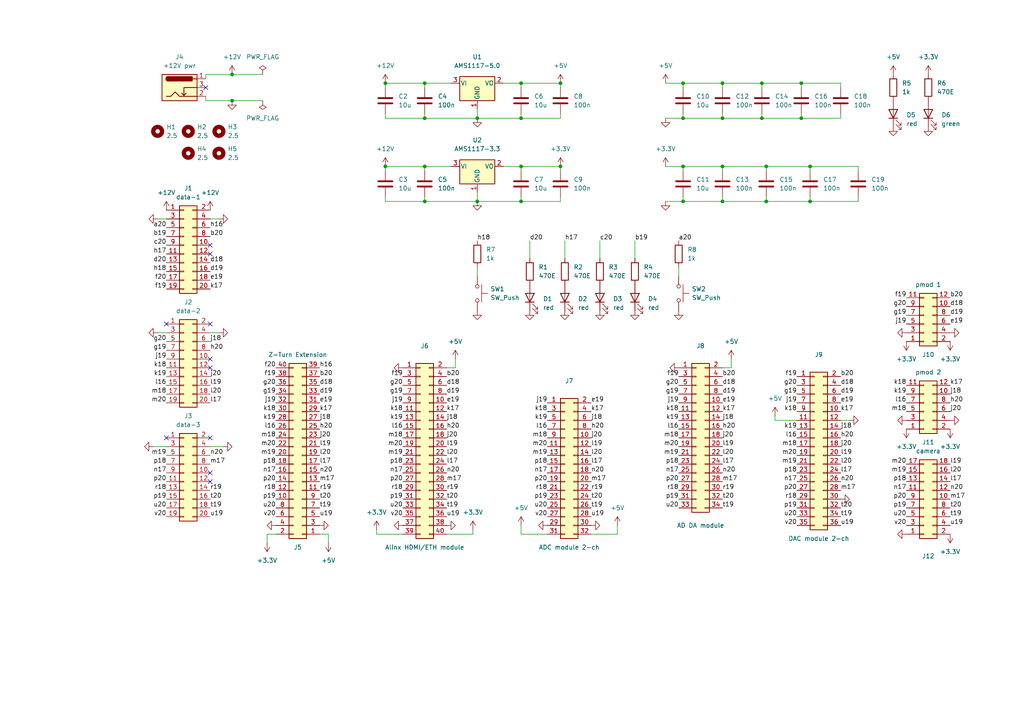
<source format=kicad_sch>
(kicad_sch (version 20211123) (generator eeschema)
  (paper "A4")
  (title_block (title "EBAZ Extension Adaptor") (date "2022-12-12") (rev "1.0") (company "S59MZ"))
  (junction (at 209.55 34.29))
  (junction (at 198.12 34.29))
  (junction (at 209.55 48.26))
  (junction (at 111.76 24.13))
  (junction (at 151.13 34.29))
  (junction (at 151.13 24.13))
  (junction (at 198.12 24.13))
  (junction (at 123.19 34.29))
  (junction (at 162.56 48.26))
  (junction (at 234.95 58.42))
  (junction (at 234.95 48.26))
  (junction (at 151.13 58.42))
  (junction (at 222.25 48.26))
  (junction (at 67.31 29.21))
  (junction (at 220.98 24.13))
  (junction (at 198.12 48.26))
  (junction (at 198.12 58.42))
  (junction (at 220.98 34.29))
  (junction (at 123.19 58.42))
  (junction (at 123.19 48.26))
  (junction (at 67.31 21.59))
  (junction (at 232.41 34.29))
  (junction (at 151.13 48.26))
  (junction (at 222.25 58.42))
  (junction (at 123.19 24.13))
  (junction (at 232.41 24.13))
  (junction (at 209.55 58.42))
  (junction (at 138.43 34.29))
  (junction (at 111.76 48.26))
  (junction (at 209.55 24.13))
  (junction (at 138.43 58.42))
  (junction (at 162.56 24.13))
  (no_connect (at 60.96 127))
  (no_connect (at 60.96 137.16))
  (no_connect (at 60.96 73.66))
  (no_connect (at 60.96 106.68))
  (no_connect (at 59.69 25.4))
  (no_connect (at 60.96 71.12))
  (no_connect (at 48.26 93.98))
  (no_connect (at 60.96 93.98))
  (no_connect (at 48.26 127))
  (no_connect (at 60.96 104.14))
  (no_connect (at 60.96 139.7))
  (wire (pts (xy 80.01 154.94) (xy 77.47 154.94)))
  (wire (pts (xy 67.31 29.21) (xy 76.2 29.21)))
  (wire (pts (xy 132.08 104.14) (xy 132.08 106.68)))
  (wire (pts (xy 209.55 24.13) (xy 220.98 24.13)))
  (wire (pts (xy 232.41 34.29) (xy 232.41 33.02)))
  (wire (pts (xy 248.92 58.42) (xy 234.95 58.42)))
  (wire (pts (xy 234.95 49.53) (xy 234.95 48.26)))
  (wire (pts (xy 162.56 24.13) (xy 162.56 25.4)))
  (wire (pts (xy 111.76 34.29) (xy 123.19 34.29)))
  (wire (pts (xy 146.05 48.26) (xy 151.13 48.26)))
  (wire (pts (xy 111.76 48.26) (xy 123.19 48.26)))
  (wire (pts (xy 198.12 24.13) (xy 209.55 24.13)))
  (wire (pts (xy 138.43 77.47) (xy 138.43 80.01)))
  (wire (pts (xy 232.41 34.29) (xy 243.84 34.29)))
  (wire (pts (xy 111.76 58.42) (xy 123.19 58.42)))
  (wire (pts (xy 162.56 33.02) (xy 162.56 34.29)))
  (wire (pts (xy 222.25 58.42) (xy 234.95 58.42)))
  (wire (pts (xy 111.76 57.15) (xy 111.76 58.42)))
  (wire (pts (xy 44.45 129.54) (xy 48.26 129.54)))
  (wire (pts (xy 248.92 57.15) (xy 248.92 58.42)))
  (wire (pts (xy 59.69 29.21) (xy 67.31 29.21)))
  (wire (pts (xy 109.22 153.67) (xy 109.22 154.94)))
  (wire (pts (xy 123.19 24.13) (xy 123.19 25.4)))
  (wire (pts (xy 138.43 58.42) (xy 151.13 58.42)))
  (wire (pts (xy 220.98 24.13) (xy 220.98 25.4)))
  (wire (pts (xy 193.04 34.29) (xy 198.12 34.29)))
  (wire (pts (xy 209.55 106.68) (xy 212.09 106.68)))
  (wire (pts (xy 123.19 57.15) (xy 123.19 58.42)))
  (wire (pts (xy 209.55 24.13) (xy 209.55 25.4)))
  (wire (pts (xy 95.25 157.48) (xy 95.25 154.94)))
  (wire (pts (xy 198.12 34.29) (xy 209.55 34.29)))
  (wire (pts (xy 212.09 104.14) (xy 212.09 106.68)))
  (wire (pts (xy 222.25 48.26) (xy 222.25 49.53)))
  (wire (pts (xy 198.12 33.02) (xy 198.12 34.29)))
  (wire (pts (xy 209.55 48.26) (xy 209.55 49.53)))
  (wire (pts (xy 45.72 63.5) (xy 48.26 63.5)))
  (wire (pts (xy 196.85 77.47) (xy 196.85 80.01)))
  (wire (pts (xy 67.31 21.59) (xy 76.2 21.59)))
  (wire (pts (xy 123.19 24.13) (xy 130.81 24.13)))
  (wire (pts (xy 173.99 69.85) (xy 173.99 74.93)))
  (wire (pts (xy 246.38 121.92) (xy 243.84 121.92)))
  (wire (pts (xy 151.13 48.26) (xy 151.13 49.53)))
  (wire (pts (xy 209.55 58.42) (xy 209.55 57.15)))
  (wire (pts (xy 59.69 22.86) (xy 59.69 21.59)))
  (wire (pts (xy 151.13 24.13) (xy 151.13 25.4)))
  (wire (pts (xy 162.56 48.26) (xy 162.56 49.53)))
  (wire (pts (xy 179.07 152.4) (xy 179.07 154.94)))
  (wire (pts (xy 137.16 153.67) (xy 137.16 154.94)))
  (wire (pts (xy 209.55 34.29) (xy 220.98 34.29)))
  (wire (pts (xy 138.43 31.75) (xy 138.43 34.29)))
  (wire (pts (xy 123.19 48.26) (xy 123.19 49.53)))
  (wire (pts (xy 64.77 129.54) (xy 60.96 129.54)))
  (wire (pts (xy 151.13 58.42) (xy 162.56 58.42)))
  (wire (pts (xy 163.83 69.85) (xy 163.83 74.93)))
  (wire (pts (xy 138.43 34.29) (xy 151.13 34.29)))
  (wire (pts (xy 59.69 27.94) (xy 59.69 29.21)))
  (wire (pts (xy 111.76 24.13) (xy 123.19 24.13)))
  (wire (pts (xy 146.05 24.13) (xy 151.13 24.13)))
  (wire (pts (xy 109.22 154.94) (xy 116.84 154.94)))
  (wire (pts (xy 63.5 96.52) (xy 60.96 96.52)))
  (wire (pts (xy 123.19 48.26) (xy 130.81 48.26)))
  (wire (pts (xy 132.08 106.68) (xy 129.54 106.68)))
  (wire (pts (xy 198.12 57.15) (xy 198.12 58.42)))
  (wire (pts (xy 193.04 48.26) (xy 198.12 48.26)))
  (wire (pts (xy 220.98 33.02) (xy 220.98 34.29)))
  (wire (pts (xy 234.95 48.26) (xy 222.25 48.26)))
  (wire (pts (xy 248.92 48.26) (xy 248.92 49.53)))
  (wire (pts (xy 193.04 24.13) (xy 198.12 24.13)))
  (wire (pts (xy 234.95 48.26) (xy 248.92 48.26)))
  (wire (pts (xy 111.76 24.13) (xy 111.76 25.4)))
  (wire (pts (xy 151.13 154.94) (xy 158.75 154.94)))
  (wire (pts (xy 123.19 33.02) (xy 123.19 34.29)))
  (wire (pts (xy 59.69 21.59) (xy 67.31 21.59)))
  (wire (pts (xy 151.13 57.15) (xy 151.13 58.42)))
  (wire (pts (xy 151.13 34.29) (xy 162.56 34.29)))
  (wire (pts (xy 232.41 24.13) (xy 243.84 24.13)))
  (wire (pts (xy 153.67 69.85) (xy 153.67 74.93)))
  (wire (pts (xy 137.16 154.94) (xy 129.54 154.94)))
  (wire (pts (xy 138.43 34.29) (xy 123.19 34.29)))
  (wire (pts (xy 138.43 55.88) (xy 138.43 58.42)))
  (wire (pts (xy 198.12 48.26) (xy 209.55 48.26)))
  (wire (pts (xy 224.79 121.92) (xy 231.14 121.92)))
  (wire (pts (xy 138.43 58.42) (xy 123.19 58.42)))
  (wire (pts (xy 224.79 120.65) (xy 224.79 121.92)))
  (wire (pts (xy 111.76 33.02) (xy 111.76 34.29)))
  (wire (pts (xy 209.55 58.42) (xy 222.25 58.42)))
  (wire (pts (xy 45.72 96.52) (xy 48.26 96.52)))
  (wire (pts (xy 184.15 69.85) (xy 184.15 74.93)))
  (wire (pts (xy 198.12 58.42) (xy 209.55 58.42)))
  (wire (pts (xy 151.13 33.02) (xy 151.13 34.29)))
  (wire (pts (xy 220.98 24.13) (xy 232.41 24.13)))
  (wire (pts (xy 209.55 33.02) (xy 209.55 34.29)))
  (wire (pts (xy 171.45 154.94) (xy 179.07 154.94)))
  (wire (pts (xy 151.13 48.26) (xy 162.56 48.26)))
  (wire (pts (xy 232.41 24.13) (xy 232.41 25.4)))
  (wire (pts (xy 151.13 24.13) (xy 162.56 24.13)))
  (wire (pts (xy 63.5 63.5) (xy 60.96 63.5)))
  (wire (pts (xy 198.12 48.26) (xy 198.12 49.53)))
  (wire (pts (xy 243.84 25.4) (xy 243.84 24.13)))
  (wire (pts (xy 193.04 58.42) (xy 198.12 58.42)))
  (wire (pts (xy 77.47 154.94) (xy 77.47 157.48)))
  (wire (pts (xy 222.25 48.26) (xy 209.55 48.26)))
  (wire (pts (xy 95.25 154.94) (xy 92.71 154.94)))
  (wire (pts (xy 222.25 57.15) (xy 222.25 58.42)))
  (wire (pts (xy 243.84 33.02) (xy 243.84 34.29)))
  (wire (pts (xy 111.76 48.26) (xy 111.76 49.53)))
  (wire (pts (xy 220.98 34.29) (xy 232.41 34.29)))
  (wire (pts (xy 198.12 24.13) (xy 198.12 25.4)))
  (wire (pts (xy 234.95 57.15) (xy 234.95 58.42)))
  (wire (pts (xy 151.13 152.4) (xy 151.13 154.94)))
  (wire (pts (xy 162.56 57.15) (xy 162.56 58.42)))
  (label "t19" (at 243.84 149.86 0))
  (label "j18" (at 243.84 124.46 0))
  (label "j18" (at 129.54 121.92 0))
  (label "m20" (at 48.26 116.84 180))
  (label "v20" (at 158.75 149.86 180))
  (label "l16" (at 231.14 127 180))
  (label "u20" (at 262.89 149.86 180))
  (label "j18" (at 209.55 121.92 0))
  (label "n20" (at 171.45 137.16 0))
  (label "m20" (at 116.84 129.54 180))
  (label "p18" (at 196.85 134.62 180))
  (label "l19" (at 129.54 129.54 0))
  (label "k19" (at 158.75 121.92 180))
  (label "h20" (at 275.59 116.84 0))
  (label "d19" (at 129.54 114.3 0))
  (label "e19" (at 171.45 116.84 0))
  (label "f20" (at 48.26 81.28 180))
  (label "n17" (at 196.85 137.16 180))
  (label "m18" (at 80.01 127 180))
  (label "k18" (at 158.75 119.38 180))
  (label "m17" (at 60.96 134.62 0))
  (label "j20" (at 92.71 127 0))
  (label "k18" (at 196.85 119.38 180))
  (label "u20" (at 116.84 147.32 180))
  (label "p18" (at 231.14 137.16 180))
  (label "f20" (at 80.01 106.68 180))
  (label "p20" (at 48.26 139.7 180))
  (label "l17" (at 92.71 134.62 0))
  (label "m17" (at 129.54 139.7 0))
  (label "h20" (at 243.84 127 0))
  (label "u19" (at 60.96 149.86 0))
  (label "m18" (at 196.85 127 180))
  (label "j18" (at 171.45 121.92 0))
  (label "n20" (at 209.55 137.16 0))
  (label "m19" (at 48.26 132.08 180))
  (label "t20" (at 60.96 144.78 0))
  (label "p20" (at 231.14 142.24 180))
  (label "n17" (at 48.26 137.16 180))
  (label "d18" (at 129.54 111.76 0))
  (label "p19" (at 196.85 144.78 180))
  (label "m19" (at 196.85 132.08 180))
  (label "d18" (at 60.96 76.2 0))
  (label "h20" (at 129.54 124.46 0))
  (label "u20" (at 80.01 147.32 180))
  (label "t20" (at 129.54 144.78 0))
  (label "l19" (at 243.84 132.08 0))
  (label "b20" (at 92.71 109.22 0))
  (label "k19" (at 80.01 121.92 180))
  (label "l19" (at 275.59 134.62 0))
  (label "l17" (at 209.55 134.62 0))
  (label "g19" (at 196.85 114.3 180))
  (label "r19" (at 92.71 142.24 0))
  (label "m19" (at 116.84 132.08 180))
  (label "p18" (at 116.84 134.62 180))
  (label "r18" (at 48.26 142.24 180))
  (label "n17" (at 262.89 142.24 180))
  (label "a20" (at 48.26 66.04 180))
  (label "t20" (at 275.59 147.32 0))
  (label "k17" (at 129.54 119.38 0))
  (label "p18" (at 262.89 139.7 180))
  (label "k19" (at 48.26 109.22 180))
  (label "k18" (at 262.89 111.76 180))
  (label "k19" (at 196.85 121.92 180))
  (label "n17" (at 158.75 137.16 180))
  (label "g20" (at 262.89 88.9 180))
  (label "f19" (at 80.01 109.22 180))
  (label "a20" (at 196.85 69.85 0))
  (label "d19" (at 243.84 114.3 0))
  (label "p20" (at 116.84 139.7 180))
  (label "j19" (at 231.14 116.84 180))
  (label "b19" (at 48.26 68.58 180))
  (label "g20" (at 80.01 111.76 180))
  (label "p19" (at 158.75 144.78 180))
  (label "j20" (at 209.55 127 0))
  (label "g20" (at 116.84 111.76 180))
  (label "k19" (at 262.89 114.3 180))
  (label "n20" (at 275.59 142.24 0))
  (label "d19" (at 92.71 114.3 0))
  (label "g19" (at 116.84 114.3 180))
  (label "p19" (at 80.01 144.78 180))
  (label "m18" (at 158.75 127 180))
  (label "l20" (at 275.59 137.16 0))
  (label "f19" (at 262.89 86.36 180))
  (label "j19" (at 196.85 116.84 180))
  (label "j20" (at 275.59 119.38 0))
  (label "l16" (at 80.01 124.46 180))
  (label "k19" (at 116.84 121.92 180))
  (label "t20" (at 92.71 144.78 0))
  (label "m20" (at 80.01 129.54 180))
  (label "c20" (at 173.99 69.85 0))
  (label "p20" (at 262.89 144.78 180))
  (label "h17" (at 163.83 69.85 0))
  (label "d19" (at 209.55 114.3 0))
  (label "k18" (at 231.14 119.38 180))
  (label "h16" (at 60.96 66.04 0))
  (label "r18" (at 116.84 142.24 180))
  (label "h18" (at 138.43 69.85 0))
  (label "g19" (at 80.01 114.3 180))
  (label "v20" (at 80.01 149.86 180))
  (label "n17" (at 116.84 137.16 180))
  (label "d20" (at 153.67 69.85 0))
  (label "p18" (at 48.26 134.62 180))
  (label "k17" (at 60.96 83.82 0))
  (label "m18" (at 262.89 119.38 180))
  (label "p19" (at 262.89 147.32 180))
  (label "n17" (at 80.01 137.16 180))
  (label "r18" (at 231.14 144.78 180))
  (label "l20" (at 129.54 132.08 0))
  (label "l17" (at 275.59 139.7 0))
  (label "t19" (at 129.54 147.32 0))
  (label "u19" (at 129.54 149.86 0))
  (label "d18" (at 209.55 111.76 0))
  (label "t20" (at 209.55 144.78 0))
  (label "p18" (at 158.75 134.62 180))
  (label "j19" (at 116.84 116.84 180))
  (label "p20" (at 196.85 139.7 180))
  (label "t19" (at 60.96 147.32 0))
  (label "u20" (at 196.85 147.32 180))
  (label "l16" (at 48.26 111.76 180))
  (label "v20" (at 48.26 149.86 180))
  (label "l19" (at 209.55 129.54 0))
  (label "h20" (at 60.96 101.6 0))
  (label "p19" (at 48.26 144.78 180))
  (label "h17" (at 48.26 73.66 180))
  (label "k18" (at 116.84 119.38 180))
  (label "j20" (at 171.45 127 0))
  (label "d18" (at 243.84 111.76 0))
  (label "l17" (at 243.84 137.16 0))
  (label "m20" (at 262.89 134.62 180))
  (label "e19" (at 129.54 116.84 0))
  (label "k19" (at 231.14 124.46 180))
  (label "n20" (at 60.96 132.08 0))
  (label "j18" (at 275.59 114.3 0))
  (label "j19" (at 48.26 104.14 180))
  (label "b20" (at 209.55 109.22 0))
  (label "k18" (at 80.01 119.38 180))
  (label "r18" (at 80.01 142.24 180))
  (label "e19" (at 243.84 116.84 0))
  (label "k17" (at 209.55 119.38 0))
  (label "b20" (at 243.84 109.22 0))
  (label "b20" (at 275.59 86.36 0))
  (label "u19" (at 171.45 149.86 0))
  (label "l20" (at 60.96 114.3 0))
  (label "k18" (at 48.26 106.68 180))
  (label "t19" (at 209.55 147.32 0))
  (label "u20" (at 48.26 147.32 180))
  (label "j18" (at 60.96 99.06 0))
  (label "m17" (at 171.45 139.7 0))
  (label "p20" (at 80.01 139.7 180))
  (label "v20" (at 116.84 149.86 180))
  (label "u19" (at 275.59 152.4 0))
  (label "t20" (at 243.84 147.32 0))
  (label "k17" (at 92.71 119.38 0))
  (label "j20" (at 60.96 109.22 0))
  (label "h20" (at 209.55 124.46 0))
  (label "l19" (at 171.45 129.54 0))
  (label "r18" (at 196.85 142.24 180))
  (label "m20" (at 196.85 129.54 180))
  (label "g20" (at 231.14 111.76 180))
  (label "h16" (at 92.71 106.68 0))
  (label "l19" (at 92.71 129.54 0))
  (label "f19" (at 196.85 109.22 180))
  (label "e19" (at 209.55 116.84 0))
  (label "l17" (at 60.96 116.84 0))
  (label "m17" (at 243.84 142.24 0))
  (label "f19" (at 116.84 109.22 180))
  (label "f19" (at 231.14 109.22 180))
  (label "d20" (at 48.26 76.2 180))
  (label "h18" (at 48.26 78.74 180))
  (label "h20" (at 171.45 124.46 0))
  (label "p18" (at 80.01 134.62 180))
  (label "u20" (at 231.14 149.86 180))
  (label "m19" (at 158.75 132.08 180))
  (label "u19" (at 243.84 152.4 0))
  (label "l17" (at 129.54 134.62 0))
  (label "t20" (at 171.45 144.78 0))
  (label "l16" (at 116.84 124.46 180))
  (label "n17" (at 231.14 139.7 180))
  (label "m18" (at 116.84 127 180))
  (label "k17" (at 275.59 111.76 0))
  (label "h20" (at 92.71 124.46 0))
  (label "k17" (at 171.45 119.38 0))
  (label "k17" (at 243.84 119.38 0))
  (label "t19" (at 171.45 147.32 0))
  (label "d19" (at 60.96 78.74 0))
  (label "r18" (at 158.75 142.24 180))
  (label "m19" (at 231.14 134.62 180))
  (label "g20" (at 196.85 111.76 180))
  (label "j18" (at 92.71 121.92 0))
  (label "j20" (at 243.84 129.54 0))
  (label "u20" (at 158.75 147.32 180))
  (label "l20" (at 171.45 132.08 0))
  (label "b20" (at 60.96 68.58 0))
  (label "l16" (at 158.75 124.46 180))
  (label "m19" (at 262.89 137.16 180))
  (label "m18" (at 231.14 129.54 180))
  (label "l16" (at 262.89 116.84 180))
  (label "p20" (at 158.75 139.7 180))
  (label "m17" (at 275.59 144.78 0))
  (label "d18" (at 92.71 111.76 0))
  (label "g19" (at 231.14 114.3 180))
  (label "v20" (at 231.14 152.4 180))
  (label "m18" (at 48.26 114.3 180))
  (label "d19" (at 275.59 91.44 0))
  (label "l17" (at 171.45 134.62 0))
  (label "g19" (at 262.89 91.44 180))
  (label "e19" (at 92.71 116.84 0))
  (label "m20" (at 231.14 132.08 180))
  (label "m17" (at 92.71 139.7 0))
  (label "v20" (at 262.89 152.4 180))
  (label "j20" (at 129.54 127 0))
  (label "j19" (at 80.01 116.84 180))
  (label "n20" (at 243.84 139.7 0))
  (label "l20" (at 92.71 132.08 0))
  (label "t19" (at 275.59 149.86 0))
  (label "n20" (at 92.71 137.16 0))
  (label "b20" (at 129.54 109.22 0))
  (label "p19" (at 116.84 144.78 180))
  (label "j19" (at 158.75 116.84 180))
  (label "r19" (at 171.45 142.24 0))
  (label "e19" (at 275.59 93.98 0))
  (label "b19" (at 184.15 69.85 0))
  (label "c20" (at 48.26 71.12 180))
  (label "e19" (at 60.96 81.28 0))
  (label "r19" (at 129.54 142.24 0))
  (label "l20" (at 209.55 132.08 0))
  (label "l19" (at 60.96 111.76 0))
  (label "l16" (at 196.85 124.46 180))
  (label "g20" (at 48.26 99.06 180))
  (label "j19" (at 262.89 93.98 180))
  (label "m19" (at 80.01 132.08 180))
  (label "g19" (at 48.26 101.6 180))
  (label "t19" (at 92.71 147.32 0))
  (label "m17" (at 209.55 139.7 0))
  (label "d18" (at 275.59 88.9 0))
  (label "m20" (at 158.75 129.54 180))
  (label "l20" (at 243.84 134.62 0))
  (label "f19" (at 48.26 83.82 180))
  (label "u19" (at 92.71 149.86 0))
  (label "p19" (at 231.14 147.32 180))
  (label "n20" (at 129.54 137.16 0))
  (label "r19" (at 60.96 142.24 0))
  (label "r19" (at 209.55 142.24 0))
  (symbol (lib_id "power:+5V") (at 179.07 152.4 0) (unit 1)
    (property "Reference" "#PWR0106" (effects hide))
    (property "Value" "+5V" (at 179.07 147.32 0))
  )
  (symbol (lib_id "Device:C") (at 162.56 29.21 0) (unit 1)
    (property "Reference" "C8" (at 166.37 27.9399 0) (effects (justify left)))
    (property "Value" "100n" (at 166.37 30.4799 0) (effects (justify left)))
    (property "Footprint" "Capacitor_SMD:C_0603_1608Metric_Pad1.08x0.95mm_HandSolder" (effects hide))
  )
  (symbol (lib_id "Connector_Generic:Conn_02x20_Odd_Even") (at 121.92 129.54 0) (unit 1)
    (property "Reference" "J6" (at 123.19 100.33 0))
    (property "Value" "Alinx HDMI/ETH module" (at 123.19 158.75 0))
    (property "Footprint" "Connector_PinHeader_2.54mm:PinHeader_2x20_P2.54mm_Vertical" (effects hide))
  )
  (symbol (lib_id "power:+3.3V") (at 275.59 99.06 0) (mirror x) (unit 1)
    (property "Reference" "#PWR0118" (effects hide))
    (property "Value" "+3.3V" (at 275.59 104.14 0))
  )
  (symbol (lib_id "power:+3.3V") (at 162.56 48.26 0) (unit 1)
    (property "Reference" "#PWR0103" (effects hide))
    (property "Value" "+3.3V" (at 162.56 43.18 0))
  )
  (symbol (lib_id "Connector_Generic:Conn_02x18_Odd_Even") (at 236.22 129.54 0) (unit 1)
    (property "Reference" "J9" (at 237.49 102.87 0))
    (property "Value" "DAC module 2-ch" (at 237.49 156.21 0))
    (property "Footprint" "Connector_PinHeader_2.54mm:PinHeader_2x18_P2.54mm_Vertical" (effects hide))
  )
  (symbol (lib_id "power:+5V") (at 212.09 104.14 0) (unit 1)
    (property "Reference" "#PWR0113" (effects hide))
    (property "Value" "+5V" (at 212.09 99.06 0))
  )
  (symbol (lib_id "power:GND") (at 63.5 63.5 90) (mirror x) (unit 1)
    (property "Reference" "#PWR0138" (effects hide))
    (property "Value" "GND" (effects hide))
  )
  (symbol (lib_id "Device:R") (at 269.24 25.4 0) (unit 1)
    (property "Reference" "R6" (at 271.78 24.1299 0) (effects (justify left)))
    (property "Value" "470E" (at 271.78 26.6699 0) (effects (justify left)))
    (property "Footprint" "Resistor_SMD:R_0603_1608Metric_Pad0.98x0.95mm_HandSolder" (effects hide))
  )
  (symbol (lib_id "power:GND") (at 44.45 129.54 270) (unit 1)
    (property "Reference" "#PWR0142" (effects hide))
    (property "Value" "GND" (effects hide))
  )
  (symbol (lib_id "Device:LED") (at 163.83 86.36 90) (unit 1)
    (property "Reference" "D2" (at 167.64 86.6774 90) (effects (justify right)))
    (property "Value" "red" (at 167.64 89.2174 90) (effects (justify right)))
    (property "Footprint" "LED_SMD:LED_0603_1608Metric_Pad1.05x0.95mm_HandSolder" (effects hide))
  )
  (symbol (lib_id "Device:R") (at 153.67 78.74 0) (unit 1)
    (property "Reference" "R1" (at 156.21 77.4699 0) (effects (justify left)))
    (property "Value" "470E" (at 156.21 80.0099 0) (effects (justify left)))
    (property "Footprint" "Resistor_SMD:R_0603_1608Metric_Pad0.98x0.95mm_HandSolder" (effects hide))
  )
  (symbol (lib_id "Mechanical:MountingHole") (at 63.5 44.45 0) (unit 1)
    (property "Reference" "H5" (at 66.04 43.1799 0) (effects (justify left)))
    (property "Value" "2.5" (at 66.04 45.7199 0) (effects (justify left)))
    (property "Footprint" "MountingHole:MountingHole_2.5mm" (effects hide))
  )
  (symbol (lib_id "power:GND") (at 269.24 36.83 0) (unit 1)
    (property "Reference" "#PWR09" (effects hide))
    (property "Value" "GND" (effects hide))
  )
  (symbol (lib_id "Device:LED") (at 184.15 86.36 90) (unit 1)
    (property "Reference" "D4" (at 187.96 86.6774 90) (effects (justify right)))
    (property "Value" "red" (at 187.96 89.2174 90) (effects (justify right)))
    (property "Footprint" "LED_SMD:LED_0603_1608Metric_Pad1.05x0.95mm_HandSolder" (effects hide))
  )
  (symbol (lib_id "Mechanical:MountingHole") (at 54.61 38.1 0) (unit 1)
    (property "Reference" "H2" (at 57.15 36.8299 0) (effects (justify left)))
    (property "Value" "2.5" (at 57.15 39.3699 0) (effects (justify left)))
    (property "Footprint" "MountingHole:MountingHole_2.5mm" (effects hide))
  )
  (symbol (lib_id "power:GND") (at 173.99 90.17 0) (unit 1)
    (property "Reference" "#PWR016" (effects hide))
    (property "Value" "GND" (effects hide))
  )
  (symbol (lib_id "Device:R") (at 184.15 78.74 0) (unit 1)
    (property "Reference" "R4" (at 186.69 77.4699 0) (effects (justify left)))
    (property "Value" "470E" (at 186.69 80.0099 0) (effects (justify left)))
    (property "Footprint" "Resistor_SMD:R_0603_1608Metric_Pad0.98x0.95mm_HandSolder" (effects hide))
  )
  (symbol (lib_id "Device:C") (at 232.41 29.21 0) (unit 1)
    (property "Reference" "C16" (at 236.22 27.9399 0) (effects (justify left)))
    (property "Value" "100n" (at 236.22 30.4799 0) (effects (justify left)))
    (property "Footprint" "Capacitor_SMD:C_0603_1608Metric_Pad1.08x0.95mm_HandSolder" (effects hide))
  )
  (symbol (lib_id "power:+5V") (at 162.56 24.13 0) (unit 1)
    (property "Reference" "#PWR0102" (effects hide))
    (property "Value" "+5V" (at 162.56 19.05 0))
  )
  (symbol (lib_id "power:GND") (at 196.85 90.17 0) (unit 1)
    (property "Reference" "#PWR014" (effects hide))
    (property "Value" "GND" (effects hide))
  )
  (symbol (lib_id "power:+12V") (at 60.96 60.96 0) (unit 1)
    (property "Reference" "#PWR0139" (effects hide))
    (property "Value" "+12V" (at 60.96 55.88 0))
  )
  (symbol (lib_id "Regulator_Linear:AMS1117-3.3") (at 138.43 48.26 0) (unit 1)
    (property "Reference" "U2" (at 138.43 40.64 0))
    (property "Value" "AMS1117-3.3" (at 138.43 43.18 0))
    (property "Footprint" "Package_TO_SOT_SMD:SOT-223-3_TabPin2" (effects hide))
    (property "Datasheet" "http://www.advanced-monolithic.com/pdf/ds1117.pdf" (effects hide))
  )
  (symbol (lib_id "Device:C") (at 209.55 29.21 0) (unit 1)
    (property "Reference" "C12" (at 213.36 27.9399 0) (effects (justify left)))
    (property "Value" "100n" (at 213.36 30.4799 0) (effects (justify left)))
    (property "Footprint" "Capacitor_SMD:C_0603_1608Metric_Pad1.08x0.95mm_HandSolder" (effects hide))
  )
  (symbol (lib_id "power:GND") (at 45.72 63.5 270) (unit 1)
    (property "Reference" "#PWR0136" (effects hide))
    (property "Value" "GND" (effects hide))
  )
  (symbol (lib_id "power:GND") (at 153.67 90.17 0) (unit 1)
    (property "Reference" "#PWR010" (effects hide))
    (property "Value" "GND" (effects hide))
  )
  (symbol (lib_id "Device:C") (at 111.76 53.34 0) (unit 1)
    (property "Reference" "C3" (at 115.57 52.0699 0) (effects (justify left)))
    (property "Value" "10u" (at 115.57 54.6099 0) (effects (justify left)))
    (property "Footprint" "Capacitor_SMD:C_0603_1608Metric_Pad1.08x0.95mm_HandSolder" (effects hide))
  )
  (symbol (lib_id "power:+12V") (at 111.76 48.26 0) (unit 1)
    (property "Reference" "#PWR0149" (effects hide))
    (property "Value" "+12V" (at 111.76 43.18 0))
  )
  (symbol (lib_id "power:PWR_FLAG") (at 76.2 21.59 0) (unit 1)
    (property "Reference" "#FLG01" (effects hide))
    (property "Value" "PWR_FLAG" (at 76.2 16.51 0))
  )
  (symbol (lib_id "power:PWR_FLAG") (at 76.2 29.21 0) (mirror x) (unit 1)
    (property "Reference" "#FLG02" (effects hide))
    (property "Value" "PWR_FLAG" (at 76.2 34.29 0))
  )
  (symbol (lib_id "Connector_Generic:Conn_02x06_Odd_Even") (at 267.97 119.38 0) (mirror x) (unit 1)
    (property "Reference" "J11" (at 269.24 128.27 0))
    (property "Value" "pmod 2" (at 269.24 107.95 0))
    (property "Footprint" "Connector_PinSocket_2.54mm:PinSocket_2x06_P2.54mm_Horizontal" (effects hide))
  )
  (symbol (lib_id "power:+3.3V") (at 275.59 124.46 0) (mirror x) (unit 1)
    (property "Reference" "#PWR0123" (effects hide))
    (property "Value" "+3.3V" (at 275.59 129.54 0))
  )
  (symbol (lib_id "power:+5V") (at 95.25 157.48 180) (unit 1)
    (property "Reference" "#PWR0134" (effects hide))
    (property "Value" "+5V" (at 95.25 162.56 0))
  )
  (symbol (lib_id "Connector_Generic:Conn_02x10_Odd_Even") (at 53.34 104.14 0) (unit 1)
    (property "Reference" "J2" (at 54.61 87.63 0))
    (property "Value" "data-2" (at 54.61 90.17 0))
    (property "Footprint" "connectors:PinSocket_2x10_P2.00mm_Horizontal" (effects hide))
  )
  (symbol (lib_id "power:GND") (at 138.43 34.29 0) (unit 1)
    (property "Reference" "#PWR04" (effects hide))
    (property "Value" "GND" (effects hide))
  )
  (symbol (lib_id "power:+3.3V") (at 137.16 153.67 0) (unit 1)
    (property "Reference" "#PWR0127" (effects hide))
    (property "Value" "+3.3V" (at 137.16 148.59 0))
  )
  (symbol (lib_id "power:GND") (at 158.75 152.4 270) (mirror x) (unit 1)
    (property "Reference" "#PWR0108" (effects hide))
    (property "Value" "GND" (effects hide))
  )
  (symbol (lib_id "Device:C") (at 234.95 53.34 0) (unit 1)
    (property "Reference" "C17" (at 238.76 52.0699 0) (effects (justify left)))
    (property "Value" "100n" (at 238.76 54.6099 0) (effects (justify left)))
    (property "Footprint" "Capacitor_SMD:C_0603_1608Metric_Pad1.08x0.95mm_HandSolder" (effects hide))
  )
  (symbol (lib_id "Device:LED") (at 259.08 33.02 90) (unit 1)
    (property "Reference" "D5" (at 262.89 33.3374 90) (effects (justify right)))
    (property "Value" "red" (at 262.89 35.8774 90) (effects (justify right)))
    (property "Footprint" "LED_SMD:LED_0603_1608Metric_Pad1.05x0.95mm_HandSolder" (effects hide))
  )
  (symbol (lib_id "power:GND") (at 163.83 90.17 0) (unit 1)
    (property "Reference" "#PWR015" (effects hide))
    (property "Value" "GND" (effects hide))
  )
  (symbol (lib_id "Device:C") (at 151.13 53.34 0) (unit 1)
    (property "Reference" "C7" (at 154.94 52.0699 0) (effects (justify left)))
    (property "Value" "10u" (at 154.94 54.6099 0) (effects (justify left)))
    (property "Footprint" "Capacitor_SMD:C_0603_1608Metric_Pad1.08x0.95mm_HandSolder" (effects hide))
  )
  (symbol (lib_id "power:GND") (at 129.54 152.4 90) (mirror x) (unit 1)
    (property "Reference" "#PWR03" (effects hide))
    (property "Value" "GND" (effects hide))
  )
  (symbol (lib_id "Connector_Generic:Conn_02x09_Odd_Even") (at 267.97 144.78 0) (mirror x) (unit 1)
    (property "Reference" "J12" (at 269.24 161.29 0))
    (property "Value" "camera" (at 269.24 130.81 0))
    (property "Footprint" "Connector_PinSocket_2.54mm:PinSocket_2x09_P2.54mm_Horizontal" (effects hide))
  )
  (symbol (lib_id "Device:LED") (at 269.24 33.02 90) (unit 1)
    (property "Reference" "D6" (at 273.05 33.3374 90) (effects (justify right)))
    (property "Value" "green" (at 273.05 35.8774 90) (effects (justify right)))
    (property "Footprint" "LED_SMD:LED_0603_1608Metric_Pad1.05x0.95mm_HandSolder" (effects hide))
  )
  (symbol (lib_id "Device:R") (at 173.99 78.74 0) (unit 1)
    (property "Reference" "R3" (at 176.53 77.4699 0) (effects (justify left)))
    (property "Value" "470E" (at 176.53 80.0099 0) (effects (justify left)))
    (property "Footprint" "Resistor_SMD:R_0603_1608Metric_Pad0.98x0.95mm_HandSolder" (effects hide))
  )
  (symbol (lib_id "power:+3.3V") (at 109.22 153.67 0) (unit 1)
    (property "Reference" "#PWR0130" (effects hide))
    (property "Value" "+3.3V" (at 109.22 148.59 0))
  )
  (symbol (lib_id "Connector_Generic:Conn_02x20_Odd_Even") (at 87.63 132.08 180) (unit 1)
    (property "Reference" "J5" (at 86.36 158.75 0))
    (property "Value" "Z-Turn Extension" (at 86.36 102.87 0))
    (property "Footprint" "Connector_PinHeader_2.54mm:PinHeader_2x20_P2.54mm_Vertical" (effects hide))
  )
  (symbol (lib_id "power:GND") (at 193.04 58.42 0) (unit 1)
    (property "Reference" "#PWR0125" (effects hide))
    (property "Value" "GND" (effects hide))
  )
  (symbol (lib_id "Device:LED") (at 153.67 86.36 90) (unit 1)
    (property "Reference" "D1" (at 157.48 86.6774 90) (effects (justify right)))
    (property "Value" "red" (at 157.48 89.2174 90) (effects (justify right)))
    (property "Footprint" "LED_SMD:LED_0603_1608Metric_Pad1.05x0.95mm_HandSolder" (effects hide))
  )
  (symbol (lib_id "Device:C") (at 209.55 53.34 0) (unit 1)
    (property "Reference" "C13" (at 213.36 52.0699 0) (effects (justify left)))
    (property "Value" "100n" (at 213.36 54.6099 0) (effects (justify left)))
    (property "Footprint" "Capacitor_SMD:C_0603_1608Metric_Pad1.08x0.95mm_HandSolder" (effects hide))
  )
  (symbol (lib_id "power:+3.3V") (at 193.04 48.26 0) (unit 1)
    (property "Reference" "#PWR0104" (effects hide))
    (property "Value" "+3.3V" (at 193.04 43.18 0))
  )
  (symbol (lib_id "power:GND") (at 171.45 152.4 90) (unit 1)
    (property "Reference" "#PWR0107" (effects hide))
    (property "Value" "GND" (effects hide))
  )
  (symbol (lib_id "Device:R") (at 138.43 73.66 0) (unit 1)
    (property "Reference" "R7" (at 140.97 72.3899 0) (effects (justify left)))
    (property "Value" "1k" (at 140.97 74.9299 0) (effects (justify left)))
    (property "Footprint" "Resistor_SMD:R_0603_1608Metric_Pad0.98x0.95mm_HandSolder" (effects hide))
  )
  (symbol (lib_id "Device:C") (at 111.76 29.21 0) (unit 1)
    (property "Reference" "C2" (at 115.57 27.9399 0) (effects (justify left)))
    (property "Value" "10u" (at 115.57 30.4799 0) (effects (justify left)))
    (property "Footprint" "Capacitor_SMD:C_0603_1608Metric_Pad1.08x0.95mm_HandSolder" (effects hide))
  )
  (symbol (lib_id "Connector_Generic:Conn_02x06_Odd_Even") (at 267.97 93.98 0) (mirror x) (unit 1)
    (property "Reference" "J10" (at 269.24 102.87 0))
    (property "Value" "pmod 1" (at 269.24 82.55 0))
    (property "Footprint" "Connector_PinSocket_2.54mm:PinSocket_2x06_P2.54mm_Horizontal" (effects hide))
  )
  (symbol (lib_id "Device:C") (at 151.13 29.21 0) (unit 1)
    (property "Reference" "C6" (at 154.94 27.9399 0) (effects (justify left)))
    (property "Value" "10u" (at 154.94 30.4799 0) (effects (justify left)))
    (property "Footprint" "Capacitor_SMD:C_0603_1608Metric_Pad1.08x0.95mm_HandSolder" (effects hide))
  )
  (symbol (lib_id "power:GND") (at 193.04 34.29 0) (unit 1)
    (property "Reference" "#PWR0105" (effects hide))
    (property "Value" "GND" (effects hide))
  )
  (symbol (lib_id "Device:R") (at 196.85 73.66 0) (unit 1)
    (property "Reference" "R8" (at 199.39 72.3899 0) (effects (justify left)))
    (property "Value" "1k" (at 199.39 74.9299 0) (effects (justify left)))
    (property "Footprint" "Resistor_SMD:R_0603_1608Metric_Pad0.98x0.95mm_HandSolder" (effects hide))
  )
  (symbol (lib_id "Connector_Generic:Conn_02x10_Odd_Even") (at 53.34 71.12 0) (unit 1)
    (property "Reference" "J1" (at 54.61 54.61 0))
    (property "Value" "data-1" (at 54.61 57.15 0))
    (property "Footprint" "connectors:PinSocket_2x10_P2.00mm_Horizontal" (effects hide))
  )
  (symbol (lib_id "Switch:SW_Push") (at 138.43 85.09 270) (unit 1)
    (property "Reference" "SW1" (at 142.24 83.8199 90) (effects (justify left)))
    (property "Value" "SW_Push" (at 142.24 86.3599 90) (effects (justify left)))
    (property "Footprint" "Button_Switch_THT:SW_PUSH_6mm" (effects hide))
  )
  (symbol (lib_id "Device:C") (at 198.12 53.34 0) (unit 1)
    (property "Reference" "C11" (at 201.93 52.0699 0) (effects (justify left)))
    (property "Value" "10u" (at 201.93 54.6099 0) (effects (justify left)))
    (property "Footprint" "Capacitor_SMD:C_0603_1608Metric_Pad1.08x0.95mm_HandSolder" (effects hide))
  )
  (symbol (lib_id "Device:C") (at 222.25 53.34 0) (unit 1)
    (property "Reference" "C15" (at 226.06 52.0699 0) (effects (justify left)))
    (property "Value" "100n" (at 226.06 54.6099 0) (effects (justify left)))
    (property "Footprint" "Capacitor_SMD:C_0603_1608Metric_Pad1.08x0.95mm_HandSolder" (effects hide))
  )
  (symbol (lib_id "power:+5V") (at 259.08 21.59 0) (unit 1)
    (property "Reference" "#PWR06" (effects hide))
    (property "Value" "+5V" (at 259.08 16.51 0))
  )
  (symbol (lib_id "Connector_Generic:Conn_02x17_Odd_Even") (at 201.93 127 0) (unit 1)
    (property "Reference" "J8" (at 203.2 100.33 0))
    (property "Value" "AD DA module" (at 203.2 152.4 0))
    (property "Footprint" "Connector_PinHeader_2.54mm:PinHeader_2x17_P2.54mm_Vertical" (effects hide))
  )
  (symbol (lib_id "power:+3.3V") (at 275.59 154.94 0) (mirror x) (unit 1)
    (property "Reference" "#PWR0115" (effects hide))
    (property "Value" "+3.3V" (at 275.59 160.02 0))
  )
  (symbol (lib_id "Device:C") (at 123.19 53.34 0) (unit 1)
    (property "Reference" "C5" (at 127 52.0699 0) (effects (justify left)))
    (property "Value" "100n" (at 127 54.6099 0) (effects (justify left)))
    (property "Footprint" "Capacitor_SMD:C_0603_1608Metric_Pad1.08x0.95mm_HandSolder" (effects hide))
  )
  (symbol (lib_id "power:+5V") (at 193.04 24.13 0) (unit 1)
    (property "Reference" "#PWR0101" (effects hide))
    (property "Value" "+5V" (at 193.04 19.05 0))
  )
  (symbol (lib_id "power:GND") (at 262.89 154.94 270) (unit 1)
    (property "Reference" "#PWR0116" (effects hide))
    (property "Value" "GND" (effects hide))
  )
  (symbol (lib_id "power:GND") (at 80.01 152.4 270) (unit 1)
    (property "Reference" "#PWR0132" (effects hide))
    (property "Value" "GND" (effects hide))
  )
  (symbol (lib_id "power:GND") (at 275.59 121.92 90) (mirror x) (unit 1)
    (property "Reference" "#PWR0124" (effects hide))
    (property "Value" "GND" (effects hide))
  )
  (symbol (lib_id "power:+12V") (at 48.26 60.96 0) (unit 1)
    (property "Reference" "#PWR0137" (effects hide))
    (property "Value" "+12V" (at 48.26 55.88 0))
  )
  (symbol (lib_id "power:GND") (at 262.89 121.92 270) (unit 1)
    (property "Reference" "#PWR0121" (effects hide))
    (property "Value" "GND" (effects hide))
  )
  (symbol (lib_id "Switch:SW_Push") (at 196.85 85.09 270) (unit 1)
    (property "Reference" "SW2" (at 200.66 83.8199 90) (effects (justify left)))
    (property "Value" "SW_Push" (at 200.66 86.3599 90) (effects (justify left)))
    (property "Footprint" "Button_Switch_THT:SW_PUSH_6mm" (effects hide))
  )
  (symbol (lib_id "power:GND") (at 262.89 96.52 270) (unit 1)
    (property "Reference" "#PWR0119" (effects hide))
    (property "Value" "GND" (effects hide))
  )
  (symbol (lib_id "power:+3.3V") (at 262.89 99.06 0) (mirror x) (unit 1)
    (property "Reference" "#PWR0117" (effects hide))
    (property "Value" "+3.3V" (at 262.89 104.14 0))
  )
  (symbol (lib_id "Mechanical:MountingHole") (at 45.72 38.1 0) (unit 1)
    (property "Reference" "H1" (at 48.26 36.8299 0) (effects (justify left)))
    (property "Value" "2.5" (at 48.26 39.3699 0) (effects (justify left)))
    (property "Footprint" "MountingHole:MountingHole_2.5mm" (effects hide))
  )
  (symbol (lib_id "power:GND") (at 92.71 152.4 90) (mirror x) (unit 1)
    (property "Reference" "#PWR0135" (effects hide))
    (property "Value" "GND" (effects hide))
  )
  (symbol (lib_id "Device:C") (at 123.19 29.21 0) (unit 1)
    (property "Reference" "C4" (at 127 27.9399 0) (effects (justify left)))
    (property "Value" "100n" (at 127 30.4799 0) (effects (justify left)))
    (property "Footprint" "Capacitor_SMD:C_0603_1608Metric_Pad1.08x0.95mm_HandSolder" (effects hide))
  )
  (symbol (lib_id "power:GND") (at 259.08 36.83 0) (unit 1)
    (property "Reference" "#PWR07" (effects hide))
    (property "Value" "GND" (effects hide))
  )
  (symbol (lib_id "Device:C") (at 243.84 29.21 0) (unit 1)
    (property "Reference" "C18" (at 247.65 27.9399 0) (effects (justify left)))
    (property "Value" "100n" (at 247.65 30.4799 0) (effects (justify left)))
    (property "Footprint" "Capacitor_SMD:C_0603_1608Metric_Pad1.08x0.95mm_HandSolder" (effects hide))
  )
  (symbol (lib_id "power:+12V") (at 111.76 24.13 0) (unit 1)
    (property "Reference" "#PWR0151" (effects hide))
    (property "Value" "+12V" (at 111.76 19.05 0))
  )
  (symbol (lib_id "Connector_Generic:Conn_02x16_Odd_Even") (at 163.83 134.62 0) (unit 1)
    (property "Reference" "J7" (at 165.1 110.49 0))
    (property "Value" "ADC module 2-ch" (at 165.1 158.75 0))
    (property "Footprint" "Connector_PinHeader_2.54mm:PinHeader_2x16_P2.54mm_Vertical" (effects hide))
  )
  (symbol (lib_id "Device:LED") (at 173.99 86.36 90) (unit 1)
    (property "Reference" "D3" (at 177.8 86.6774 90) (effects (justify right)))
    (property "Value" "red" (at 177.8 89.2174 90) (effects (justify right)))
    (property "Footprint" "LED_SMD:LED_0603_1608Metric_Pad1.05x0.95mm_HandSolder" (effects hide))
  )
  (symbol (lib_id "power:GND") (at 184.15 90.17 0) (unit 1)
    (property "Reference" "#PWR017" (effects hide))
    (property "Value" "GND" (effects hide))
  )
  (symbol (lib_id "power:GND") (at 116.84 106.68 270) (mirror x) (unit 1)
    (property "Reference" "#PWR0126" (effects hide))
    (property "Value" "GND" (effects hide))
  )
  (symbol (lib_id "power:GND") (at 138.43 90.17 0) (unit 1)
    (property "Reference" "#PWR012" (effects hide))
    (property "Value" "GND" (effects hide))
  )
  (symbol (lib_id "Connector:Barrel_Jack_Switch") (at 52.07 25.4 0) (unit 1)
    (property "Reference" "J4" (at 52.07 16.51 0))
    (property "Value" "+12V pwr" (at 52.07 19.05 0))
    (property "Footprint" "Connector_BarrelJack:BarrelJack_Horizontal" (effects hide))
  )
  (symbol (lib_id "Device:C") (at 248.92 53.34 0) (unit 1)
    (property "Reference" "C19" (at 252.73 52.0699 0) (effects (justify left)))
    (property "Value" "100n" (at 252.73 54.6099 0) (effects (justify left)))
    (property "Footprint" "Capacitor_SMD:C_0603_1608Metric_Pad1.08x0.95mm_HandSolder" (effects hide))
  )
  (symbol (lib_id "power:GND") (at 45.72 96.52 270) (unit 1)
    (property "Reference" "#PWR0128" (effects hide))
    (property "Value" "GND" (effects hide))
  )
  (symbol (lib_id "Device:C") (at 162.56 53.34 0) (unit 1)
    (property "Reference" "C9" (at 166.37 52.0699 0) (effects (justify left)))
    (property "Value" "100n" (at 166.37 54.6099 0) (effects (justify left)))
    (property "Footprint" "Capacitor_SMD:C_0603_1608Metric_Pad1.08x0.95mm_HandSolder" (effects hide))
  )
  (symbol (lib_id "power:+12V") (at 67.31 21.59 0) (unit 1)
    (property "Reference" "#PWR01" (effects hide))
    (property "Value" "+12V" (at 67.31 16.51 0))
  )
  (symbol (lib_id "power:GND") (at 243.84 144.78 90) (unit 1)
    (property "Reference" "#PWR0110" (effects hide))
    (property "Value" "GND" (effects hide))
  )
  (symbol (lib_id "Device:C") (at 220.98 29.21 0) (unit 1)
    (property "Reference" "C14" (at 224.79 27.9399 0) (effects (justify left)))
    (property "Value" "100n" (at 224.79 30.4799 0) (effects (justify left)))
    (property "Footprint" "Capacitor_SMD:C_0603_1608Metric_Pad1.08x0.95mm_HandSolder" (effects hide))
  )
  (symbol (lib_id "Connector_Generic:Conn_02x10_Odd_Even") (at 53.34 137.16 0) (unit 1)
    (property "Reference" "J3" (at 54.61 120.65 0))
    (property "Value" "data-3" (at 54.61 123.19 0))
    (property "Footprint" "connectors:PinSocket_2x10_P2.00mm_Horizontal" (effects hide))
  )
  (symbol (lib_id "power:GND") (at 246.38 121.92 90) (unit 1)
    (property "Reference" "#PWR0112" (effects hide))
    (property "Value" "GND" (effects hide))
  )
  (symbol (lib_id "power:GND") (at 64.77 129.54 90) (mirror x) (unit 1)
    (property "Reference" "#PWR0141" (effects hide))
    (property "Value" "GND" (effects hide))
  )
  (symbol (lib_id "power:+5V") (at 224.79 120.65 0) (unit 1)
    (property "Reference" "#PWR0111" (effects hide))
    (property "Value" "+5V" (at 224.79 115.57 0))
  )
  (symbol (lib_id "power:GND") (at 196.85 106.68 270) (mirror x) (unit 1)
    (property "Reference" "#PWR0114" (effects hide))
    (property "Value" "GND" (effects hide))
  )
  (symbol (lib_id "Mechanical:MountingHole") (at 54.61 44.45 0) (unit 1)
    (property "Reference" "H4" (at 57.15 43.1799 0) (effects (justify left)))
    (property "Value" "2.5" (at 57.15 45.7199 0) (effects (justify left)))
    (property "Footprint" "MountingHole:MountingHole_2.5mm" (effects hide))
  )
  (symbol (lib_id "power:GND") (at 275.59 96.52 90) (mirror x) (unit 1)
    (property "Reference" "#PWR0120" (effects hide))
    (property "Value" "GND" (effects hide))
  )
  (symbol (lib_id "Device:R") (at 163.83 78.74 0) (unit 1)
    (property "Reference" "R2" (at 166.37 77.4699 0) (effects (justify left)))
    (property "Value" "470E" (at 166.37 80.0099 0) (effects (justify left)))
    (property "Footprint" "Resistor_SMD:R_0603_1608Metric_Pad0.98x0.95mm_HandSolder" (effects hide))
  )
  (symbol (lib_id "power:GND") (at 63.5 96.52 90) (mirror x) (unit 1)
    (property "Reference" "#PWR0140" (effects hide))
    (property "Value" "GND" (effects hide))
  )
  (symbol (lib_id "power:+3.3V") (at 77.47 157.48 180) (unit 1)
    (property "Reference" "#PWR0133" (effects hide))
    (property "Value" "+3.3V" (at 77.47 162.56 0))
  )
  (symbol (lib_id "power:GND") (at 67.31 29.21 0) (unit 1)
    (property "Reference" "#PWR02" (effects hide))
    (property "Value" "GND" (effects hide))
  )
  (symbol (lib_id "power:+5V") (at 132.08 104.14 0) (unit 1)
    (property "Reference" "#PWR0129" (effects hide))
    (property "Value" "+5V" (at 132.08 99.06 0))
  )
  (symbol (lib_id "power:+5V") (at 151.13 152.4 0) (unit 1)
    (property "Reference" "#PWR0109" (effects hide))
    (property "Value" "+5V" (at 151.13 147.32 0))
  )
  (symbol (lib_id "power:+3.3V") (at 269.24 21.59 0) (unit 1)
    (property "Reference" "#PWR08" (effects hide))
    (property "Value" "+3.3V" (at 269.24 16.51 0))
  )
  (symbol (lib_id "Device:C") (at 198.12 29.21 0) (unit 1)
    (property "Reference" "C10" (at 201.93 27.9399 0) (effects (justify left)))
    (property "Value" "10u" (at 201.93 30.4799 0) (effects (justify left)))
    (property "Footprint" "Capacitor_SMD:C_0603_1608Metric_Pad1.08x0.95mm_HandSolder" (effects hide))
  )
  (symbol (lib_id "Mechanical:MountingHole") (at 63.5 38.1 0) (unit 1)
    (property "Reference" "H3" (at 66.04 36.8299 0) (effects (justify left)))
    (property "Value" "2.5" (at 66.04 39.3699 0) (effects (justify left)))
    (property "Footprint" "MountingHole:MountingHole_2.5mm" (effects hide))
  )
  (symbol (lib_id "power:GND") (at 138.43 58.42 0) (unit 1)
    (property "Reference" "#PWR05" (effects hide))
    (property "Value" "GND" (effects hide))
  )
  (symbol (lib_id "Regulator_Linear:AMS1117-5.0") (at 138.43 24.13 0) (unit 1)
    (property "Reference" "U1" (at 138.43 16.51 0))
    (property "Value" "AMS1117-5.0" (at 138.43 19.05 0))
    (property "Footprint" "Package_TO_SOT_SMD:TO-252-2" (effects hide))
    (property "Datasheet" "http://www.advanced-monolithic.com/pdf/ds1117.pdf" (effects hide))
  )
  (symbol (lib_id "Device:R") (at 259.08 25.4 0) (unit 1)
    (property "Reference" "R5" (at 261.62 24.1299 0) (effects (justify left)))
    (property "Value" "1k" (at 261.62 26.6699 0) (effects (justify left)))
    (property "Footprint" "Resistor_SMD:R_0603_1608Metric_Pad0.98x0.95mm_HandSolder" (effects hide))
  )
  (symbol (lib_id "power:GND") (at 116.84 152.4 270) (mirror x) (unit 1)
    (property "Reference" "#PWR0131" (effects hide))
    (property "Value" "GND" (effects hide))
  )
  (symbol (lib_id "power:+3.3V") (at 262.89 124.46 0) (mirror x) (unit 1)
    (property "Reference" "#PWR0122" (effects hide))
    (property "Value" "+3.3V" (at 262.89 129.54 0))
  )
)
</source>
